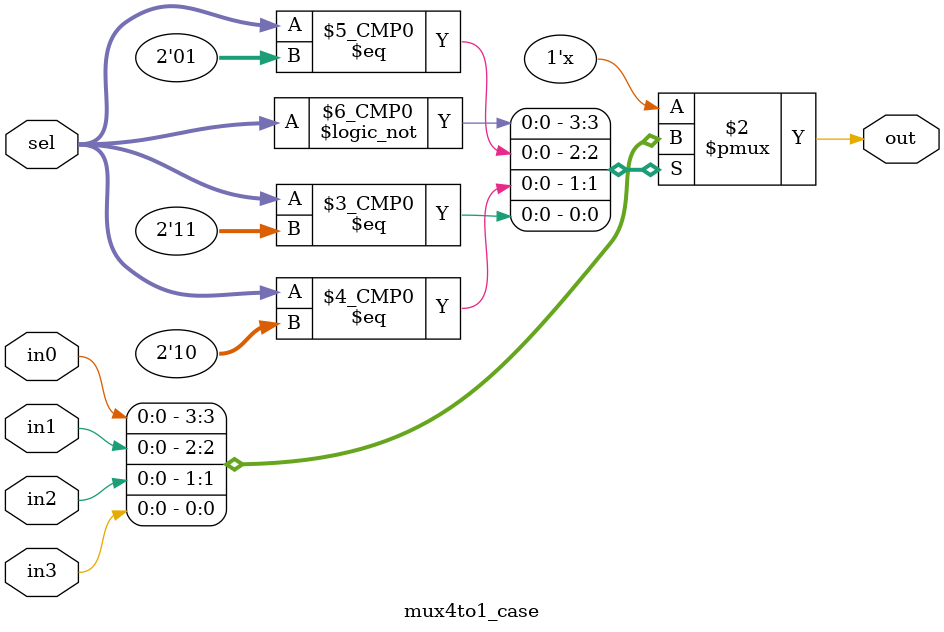
<source format=v>
module	mux2to1_cond(out, in0, in1, sel);

	output	out;
	input	in0;
	input	in1;
	input	sel;

	assign	out=(sel)?in1:in0;

endmodule


module	mux2to1_if(out, in0, in1, sel);

	output	out;
	input	in0;
	input	in1;
	input	sel;

	reg	out;

	always @(*) begin
		if(sel==1'b0) begin
			out=in0;
		end else begin
			out=in1;
		end
	end
endmodule

module	mux2to1_case(out, in0, in1, sel);

	output	out;
	input	in0;
	input	in1;
	input	sel;

	reg out;

	always @(*) begin
	case({sel, in1, in0})
		3'b000: out=1'b0;
		3'b001: out=1'b1;
		3'b010: out=1'b0;
		3'b011: out=1'b1;
		3'b100: out=1'b0;
		3'b101: out=1'b0;
		3'b110: out=1'b1;
		3'b111: out=1'b1;
	endcase
	end
endmodule

module	mux4to1_inst(out, in0, in1, in2, in3, sel);

output	out;
input	in0;
input	in1;
input	in2;
input	in3;
input	[1:0]	sel;
wire	[1:0]	c;

mux2to1_case	mux4_u0(.out(c[0]),
			.in0(in0),
			.in1(in1),
			.sel(sel[0]));

mux2to1_case	mux4_u1(.out(c[1]),
			.in0(in2),
			.in1(in3),
			.sel(sel[0]));

mux2to1_case	mux4_u2(.out(out),
			.in0(c[0]),
			.in1(c[1]),
			.sel(sel[1]));
endmodule

module	mux4to1_if(out, in0, in1, in2, in3, sel);

output	out;
input	in0;
input	in1;
input	in2;
input	in3;
input	sel;

reg	out;

always	@(*) begin
if(sel==2'b00) begin
	out=in0;
end else if(sel==2'b01) begin
	out=in1;
end else if(sel==2'b10) begin
	out=in2;
end else begin
	out=in3;
end
end
endmodule

module	mux4to1_case(out, in0, in1, in2, in3, sel);

output	out;
input	in0;
input	in1;
input	in2;
input	in3;
input	[1:0]	sel;

reg	out;

always @(*) begin
	case(sel)
		2'b00: {out}=in0;
		2'b01: {out}=in1;
		2'b10: {out}=in2;
		2'b11: {out}=in3;
	endcase
end
endmodule

</source>
